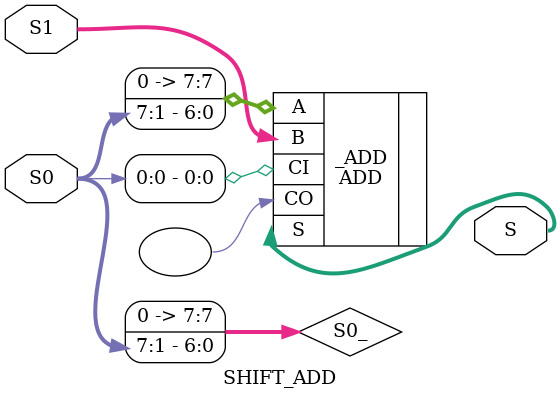
<source format=sv>
`timescale 1ns / 1ps
`include "../Header/MAC_H.vh"

module MULT_ #( parameter N = 8, M = N )( 
	input  [N-1:0] A,
	input  [M-1:0] X,
	output [N-1:0] AX
);

	wire  [N-1:0] A_, A__;
	wire  [M-1:0] X_, X__;
	wire	[N+M-1:0] AX_, AX__;
	
	TwosComplement #(.N(N)) TwosComplement_A( 
		.A(A),
		.O(A_)
    );
	 
	 MUX #(.N(N)) MUX_A(
		.A(A),
		.B(A_),
		.S(A[N-1]),
		.O(A__)
	);
	
	TwosComplement #(.N(M)) TwosComplement_B( 
		.A(X),
		.O(X_)
    );
	 
	 MUX #(.N(M)) MUX_B(
		.A(X),
		.B(X_),
		.S(X[M-1]),
		.O(X__)
	);
	
	MULT #(.N(N), .M(M)) MULT ( 
		.A(A__),
		.X(X__),
		.AX(AX_)
	);
	
	TwosComplement #(.N(N)) TwosComplement_O( 
		.A(AX_),
		.O(AX__)
    );
	 
	 MUX #(.N(N)) MUX_O(
		.A(AX_),
		.B(AX__),
		.S(A[N-1]^X[M-1]),
		.O(AX)
	);

endmodule

module MULT #(parameter N = 8, M = N)( 
	input signed [N-1:0] A,
	input signed [M-1:0] X,
	output signed [N-1:0] AX
);
	
	genvar i, j, k;
	
	wire [N-1:0] S[log2(M)-1:0][M/2-1:0];
	
	generate
	for(i = 0; i < M/2; i = i+1)
	begin:MSA
		MUX_SHIFT_ADD #(.N(N), .C(1)) _MUX_SHIFT_ADD(
			.A(A),
			.x(X[2*i+1:2*i]),
			.S(S[0][i])
		);
	end
	endgenerate
	
	generate
	for (j = 0; j < log2(M/2); j = j + 1)
	begin: col
		for(k = 0; k < M/(2**(j+2)); k = k + 1)
		begin: row
			SHIFT_ADD #(.N(N), .C(2**(j+1))) _SHIFT_ADD(
				.S0(S[j][2*k]), 
				.S1(S[j][2*k+1]),
				.S(S[j+1][k])				
			);
		end	
	end
	endgenerate
	
	assign AX = S[log2(M)-1][0];
	
endmodule

module MUX_SHIFT_ADD #(parameter N = 8, C = 1)( 
	input [N-1:0] A,
	input [1:0] x,
	output [N-1:0] S
);	
	wire [N-1:0] ax0, ax1;
	assign ax0 = {N{x[0]}}&{{C{1'b0}}, A[N-1:C]};
	assign ax1 = {N{x[1]}}&A;
	
	wire [N-1:0] _S;
	wire _c;
	
	ADD #(.N(N)) _ADD(
		.A(ax0),
		.B(ax1), 
		.CI(A[0]), 
		.S(_S), 
		.CO(_c)
	);
	
	assign S = {_c, _S[N-1:1]};	
	
endmodule

module SHIFT_ADD #(parameter N = 8, C = 1)( 
	input [N-1:0] S0, S1,
	output [N-1:0] S
);	
	wire [N-1:0] S0_;
	assign S0_ = {{C{1'b0}}, S0[N-1:C]};
	
	ADD #(.N(N)) _ADD(
		.A(S0_),
		.B(S1), 
		.CI(S0[0]), 
		.S(S), 
		.CO()
	);
	
endmodule

</source>
